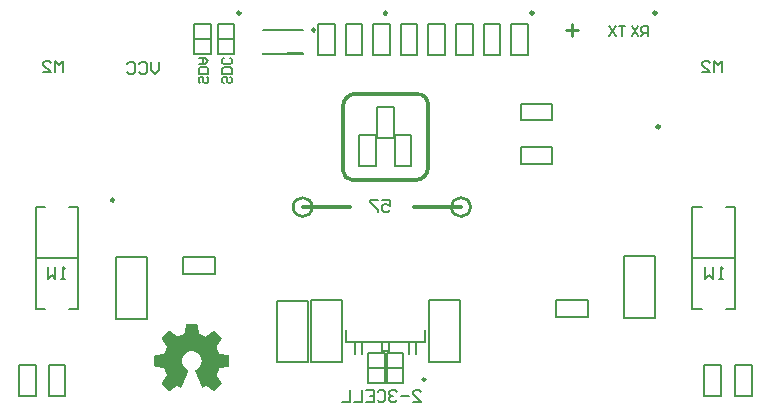
<source format=gbo>
G04 Layer_Color=32896*
%FSLAX44Y44*%
%MOMM*%
G71*
G01*
G75*
%ADD31C,0.2500*%
%ADD34C,0.3000*%
%ADD63C,0.1500*%
%ADD65C,0.2000*%
%ADD68C,0.2540*%
%ADD104C,0.0105*%
%ADD105C,0.1800*%
%ADD106C,0.1900*%
D31*
X364950Y57000D02*
G03*
X364950Y57000I-1250J0D01*
G01*
X271500Y353000D02*
G03*
X271500Y353000I-1250J0D01*
G01*
D34*
X306000Y299000D02*
G03*
X295000Y288000I0J-11000D01*
G01*
Y234000D02*
G03*
X303000Y226000I8000J0D01*
G01*
X357000D02*
G03*
X367000Y236000I0J10000D01*
G01*
Y290000D02*
G03*
X358000Y299000I-9000J0D01*
G01*
X306000D02*
X345000D01*
X295000Y235000D02*
Y288000D01*
Y234000D02*
Y235000D01*
X303000Y226000D02*
X357000D01*
X367000Y236000D02*
Y288000D01*
Y290000D01*
X345000Y299000D02*
X358000D01*
X261000Y203000D02*
X301000D01*
X355000D02*
X395000D01*
D63*
X316250Y54300D02*
X328750D01*
X316250D02*
Y79700D01*
X329000D01*
X328330D02*
X330250D01*
Y54300D02*
Y79700D01*
X328330Y54300D02*
X330250D01*
X316250Y67000D02*
X330250D01*
X332250Y54300D02*
X344750D01*
X332250D02*
Y79700D01*
X345000D01*
X344330D02*
X346250D01*
Y54300D02*
Y79700D01*
X344330Y54300D02*
X346250D01*
X332250Y67000D02*
X346250D01*
X641000Y42750D02*
Y69250D01*
X627000Y42750D02*
Y69250D01*
X641000D01*
X627000Y42750D02*
X641000D01*
X615000D02*
Y69250D01*
X601000Y42750D02*
Y69250D01*
X615000D01*
X601000Y42750D02*
X615000D01*
X60000D02*
Y69250D01*
X46000Y42750D02*
Y69250D01*
X60000D01*
X46000Y42750D02*
X60000D01*
X35000D02*
Y69250D01*
X21000Y42750D02*
Y69250D01*
X35000D01*
X21000Y42750D02*
X35000D01*
X445500Y276500D02*
X472000D01*
X445500Y290500D02*
X472000D01*
Y276500D02*
Y290500D01*
X445500Y276500D02*
Y290500D01*
Y239500D02*
X472000D01*
X445500Y253500D02*
X472000D01*
Y239500D02*
Y253500D01*
X445500Y239500D02*
Y253500D01*
X353000Y237750D02*
Y264250D01*
X339000Y237750D02*
Y264250D01*
X353000D01*
X339000Y237750D02*
X353000D01*
X323000D02*
Y264250D01*
X309000Y237750D02*
Y264250D01*
X323000D01*
X309000Y237750D02*
X323000D01*
X324000Y261250D02*
Y287750D01*
X338000Y261250D02*
Y287750D01*
X324000Y261250D02*
X338000D01*
X324000Y287750D02*
X338000D01*
X160000Y146500D02*
X186500D01*
X160000Y160500D02*
X186500D01*
Y146500D02*
Y160500D01*
X160000Y146500D02*
Y160500D01*
X475750Y124000D02*
X502250D01*
X475750Y110000D02*
X502250D01*
X475750D02*
Y124000D01*
X502250Y110000D02*
Y124000D01*
X274000Y331750D02*
Y358250D01*
X288000Y331750D02*
Y358250D01*
X274000Y331750D02*
X288000D01*
X274000Y358250D02*
X288000D01*
X297357Y331750D02*
Y358250D01*
X311357Y331750D02*
Y358250D01*
X297357Y331750D02*
X311357D01*
X297357Y358250D02*
X311357D01*
X320714Y331750D02*
Y358250D01*
X334714Y331750D02*
Y358250D01*
X320714Y331750D02*
X334714D01*
X320714Y358250D02*
X334714D01*
X344071Y331750D02*
Y358250D01*
X358071Y331750D02*
Y358250D01*
X344071Y331750D02*
X358071D01*
X344071Y358250D02*
X358071D01*
X367429Y331750D02*
Y358250D01*
X381428Y331750D02*
Y358250D01*
X367429Y331750D02*
X381428D01*
X367429Y358250D02*
X381428D01*
X390786Y331750D02*
Y358250D01*
X404786Y331750D02*
Y358250D01*
X390786Y331750D02*
X404786D01*
X390786Y358250D02*
X404786D01*
X414143Y331750D02*
Y358250D01*
X428143Y331750D02*
Y358250D01*
X414143Y331750D02*
X428143D01*
X414143Y358250D02*
X428143D01*
X437500Y331750D02*
Y358250D01*
X451500Y331750D02*
Y358250D01*
X437500Y331750D02*
X451500D01*
X437500Y358250D02*
X451500D01*
X190500Y357700D02*
X203000D01*
Y332300D02*
Y357700D01*
X190250Y332300D02*
X203000D01*
X189000D02*
X190920D01*
X189000D02*
Y357700D01*
X190920D01*
X189000Y345000D02*
X203000D01*
X170500Y357700D02*
X183000D01*
Y332300D02*
Y357700D01*
X170250Y332300D02*
X183000D01*
X169000D02*
X170920D01*
X169000D02*
Y357700D01*
X170920D01*
X169000Y345000D02*
X183000D01*
D65*
X35000Y117000D02*
X43000D01*
X35000D02*
Y203000D01*
X43000D01*
X35000Y160000D02*
X71000D01*
X63000Y203000D02*
X71000D01*
Y117000D02*
Y203000D01*
X63000Y117000D02*
X71000D01*
X591000D02*
X599000D01*
X591000D02*
Y203000D01*
X599000D01*
X591000Y160000D02*
X627000D01*
X619000Y203000D02*
X627000D01*
Y117000D02*
Y203000D01*
X619000Y117000D02*
X627000D01*
X364500Y88961D02*
Y98961D01*
X297500Y88961D02*
Y98961D01*
X305200Y79000D02*
Y88961D01*
X311200Y79000D02*
Y88961D01*
X350800Y79000D02*
Y88961D01*
X356800Y79000D02*
Y88961D01*
X334000Y81564D02*
X334000Y88961D01*
X328000D02*
X328000Y81564D01*
X334000D01*
X297500Y88961D02*
X364500D01*
X394000Y112000D02*
Y124000D01*
X388000D02*
X394000D01*
X368000Y112000D02*
Y124000D01*
X374000D01*
X368000Y72000D02*
Y112000D01*
Y72000D02*
X394000D01*
Y112000D01*
X374000Y124000D02*
X388000D01*
X294000Y112000D02*
Y124000D01*
X288000D02*
X294000D01*
X268000Y112000D02*
Y124000D01*
X274000D01*
X268000Y72000D02*
Y112000D01*
Y72000D02*
X294000D01*
Y112000D01*
X274000Y124000D02*
X288000D01*
X559125Y149375D02*
Y161375D01*
X553125D02*
X559125D01*
X533125Y149375D02*
Y161375D01*
X539125D01*
X533125Y109375D02*
Y149375D01*
Y109375D02*
X559125D01*
Y149375D01*
X539125Y161375D02*
X553125D01*
X102875Y108625D02*
Y120625D01*
Y108625D02*
X108875D01*
X128875D02*
Y120625D01*
X122875Y108625D02*
X128875D01*
Y120625D02*
Y160625D01*
X102875D02*
X128875D01*
X102875Y120625D02*
Y160625D01*
X108875Y108625D02*
X122875D01*
X265500Y111750D02*
Y123750D01*
X259500D02*
X265500D01*
X239500Y111750D02*
Y123750D01*
X245500D01*
X239500Y71750D02*
Y111750D01*
Y71750D02*
X265500D01*
Y111750D01*
X245500Y123750D02*
X259500D01*
X248000Y333250D02*
X261000D01*
X227000Y332750D02*
Y333250D01*
Y332750D02*
X261000D01*
X248000Y352750D02*
X261000D01*
X227000D02*
Y353250D01*
X261000D01*
X354336Y38000D02*
X361000D01*
X354336Y44665D01*
Y46331D01*
X356002Y47997D01*
X359334D01*
X361000Y46331D01*
X351003Y42998D02*
X344339D01*
X341006Y46331D02*
X339340Y47997D01*
X336008D01*
X334342Y46331D01*
Y44665D01*
X336008Y42998D01*
X337674D01*
X336008D01*
X334342Y41332D01*
Y39666D01*
X336008Y38000D01*
X339340D01*
X341006Y39666D01*
X324345Y46331D02*
X326011Y47997D01*
X329343D01*
X331010Y46331D01*
Y39666D01*
X329343Y38000D01*
X326011D01*
X324345Y39666D01*
X314348Y47997D02*
X321013D01*
Y38000D01*
X314348D01*
X321013Y42998D02*
X317681D01*
X311016Y47997D02*
Y38000D01*
X304352D01*
X301019Y47997D02*
Y38000D01*
X294355D01*
X60000Y142000D02*
X56668D01*
X58334D01*
Y151997D01*
X60000Y150331D01*
X51669Y151997D02*
Y142000D01*
X48337Y145332D01*
X45005Y142000D01*
Y151997D01*
X617000Y142000D02*
X613668D01*
X615334D01*
Y151997D01*
X617000Y150331D01*
X608669Y151997D02*
Y142000D01*
X605337Y145332D01*
X602005Y142000D01*
Y151997D01*
X328335Y208997D02*
X335000D01*
Y203998D01*
X331668Y205665D01*
X330002D01*
X328335Y203998D01*
Y200666D01*
X330002Y199000D01*
X333334D01*
X335000Y200666D01*
X325003Y208997D02*
X318339D01*
Y207331D01*
X325003Y200666D01*
Y199000D01*
X139000Y325997D02*
Y319332D01*
X135668Y316000D01*
X132336Y319332D01*
Y325997D01*
X122339Y324331D02*
X124005Y325997D01*
X127337D01*
X129003Y324331D01*
Y317666D01*
X127337Y316000D01*
X124005D01*
X122339Y317666D01*
X112342Y324331D02*
X114008Y325997D01*
X117340D01*
X119006Y324331D01*
Y317666D01*
X117340Y316000D01*
X114008D01*
X112342Y317666D01*
D68*
X563414Y271000D02*
G03*
X563414Y271000I-1414J0D01*
G01*
X101414Y209000D02*
G03*
X101414Y209000I-1414J0D01*
G01*
X456581Y367250D02*
G03*
X456581Y367250I-1414J0D01*
G01*
X208414D02*
G03*
X208414Y367250I-1414J0D01*
G01*
X560664D02*
G03*
X560664Y367250I-1414J0D01*
G01*
X269000Y203000D02*
G03*
X269000Y203000I-8000J0D01*
G01*
X403000D02*
G03*
X403000Y203000I-8000J0D01*
G01*
X332498Y367250D02*
G03*
X332498Y367250I-1414J0D01*
G01*
X484000Y352617D02*
X494157D01*
X489078Y357696D02*
Y347539D01*
D104*
X185324Y48299D02*
X185746D01*
X147488D02*
X147909D01*
X185219Y48404D02*
X185957D01*
X147277D02*
X148015D01*
X185008Y48509D02*
X186062D01*
X147172D02*
X148225D01*
X184903Y48615D02*
X186168D01*
X147066D02*
X148331D01*
X184692Y48720D02*
X186273D01*
X146961D02*
X148542D01*
X184587Y48826D02*
X186378D01*
X146855D02*
X148647D01*
X184376Y48931D02*
X186484D01*
X146750D02*
X148858D01*
X184270Y49036D02*
X186589D01*
X146645D02*
X148963D01*
X184060Y49142D02*
X186695D01*
X146539D02*
X149174D01*
X183954Y49247D02*
X186800D01*
X146434D02*
X149279D01*
X183743Y49353D02*
X186905D01*
X146328D02*
X149490D01*
X183638Y49458D02*
X187011D01*
X146223D02*
X149596D01*
X183533Y49563D02*
X187116D01*
X146118D02*
X149701D01*
X183322Y49669D02*
X187222D01*
X146012D02*
X149912D01*
X183216Y49774D02*
X187327D01*
X145907D02*
X150017D01*
X183006Y49880D02*
X187432D01*
X145801D02*
X150228D01*
X182900Y49985D02*
X187538D01*
X145696D02*
X150333D01*
X182690Y50090D02*
X187643D01*
X145591D02*
X150544D01*
X182584Y50196D02*
X187749D01*
X145485D02*
X150650D01*
X182373Y50301D02*
X187854D01*
X145380D02*
X150860D01*
X182268Y50407D02*
X187959D01*
X145274D02*
X150966D01*
X182057Y50512D02*
X188065D01*
X145169D02*
X151177D01*
X181952Y50617D02*
X188170D01*
X145064D02*
X151282D01*
X181846Y50723D02*
X188276D01*
X144958D02*
X151387D01*
X181636Y50828D02*
X188381D01*
X144853D02*
X151598D01*
X181530Y50934D02*
X188486D01*
X144747D02*
X151704D01*
X181319Y51039D02*
X188592D01*
X175734D02*
X175944D01*
X157289D02*
X157500D01*
X144642D02*
X151914D01*
X181214Y51144D02*
X188697D01*
X175628D02*
X176155D01*
X157079D02*
X157606D01*
X144537D02*
X152020D01*
X181003Y51250D02*
X188802D01*
X175628D02*
X176366D01*
X156868D02*
X157606D01*
X144431D02*
X152231D01*
X180898Y51355D02*
X188908D01*
X175523D02*
X176577D01*
X156657D02*
X157711D01*
X144326D02*
X152336D01*
X180687Y51460D02*
X189013D01*
X175523D02*
X176787D01*
X156446D02*
X157711D01*
X144221D02*
X152547D01*
X180582Y51566D02*
X189119D01*
X175417D02*
X176998D01*
X156236D02*
X157816D01*
X144115D02*
X152652D01*
X180371Y51671D02*
X189224D01*
X175417D02*
X177209D01*
X156025D02*
X157816D01*
X144010D02*
X152863D01*
X180266Y51777D02*
X189329D01*
X175312D02*
X177420D01*
X155814D02*
X157922D01*
X143904D02*
X152968D01*
X180160Y51882D02*
X189435D01*
X175312D02*
X177631D01*
X155603D02*
X157922D01*
X143799D02*
X153074D01*
X179949Y51988D02*
X189540D01*
X175312D02*
X177736D01*
X155498D02*
X157922D01*
X143694D02*
X153284D01*
X179844Y52093D02*
X189646D01*
X175207D02*
X177947D01*
X155287D02*
X158027D01*
X143588D02*
X153390D01*
X179633Y52198D02*
X189751D01*
X175207D02*
X178158D01*
X155076D02*
X158027D01*
X143483D02*
X153601D01*
X179528Y52304D02*
X189856D01*
X175101D02*
X178368D01*
X154865D02*
X158133D01*
X143377D02*
X153706D01*
X179317Y52409D02*
X189962D01*
X175101D02*
X178579D01*
X154655D02*
X158133D01*
X143272D02*
X153917D01*
X179106Y52514D02*
X190067D01*
X175101D02*
X178895D01*
X154338D02*
X158133D01*
X143167D02*
X154128D01*
X174996Y52620D02*
X190173D01*
X143061D02*
X158238D01*
X174996Y52725D02*
X190278D01*
X142956D02*
X158238D01*
X174890Y52831D02*
X190383D01*
X142850D02*
X158343D01*
X174890Y52936D02*
X190489D01*
X142745D02*
X158343D01*
X174890Y53041D02*
X190594D01*
X142640D02*
X158343D01*
X174785Y53147D02*
X190700D01*
X142534D02*
X158449D01*
X174785Y53252D02*
X190805D01*
X142429D02*
X158449D01*
X174680Y53358D02*
X190910D01*
X142323D02*
X158554D01*
X174680Y53463D02*
X191016D01*
X142218D02*
X158554D01*
X174574Y53568D02*
X191121D01*
X142113D02*
X158660D01*
X174574Y53674D02*
X191227D01*
X142007D02*
X158660D01*
X174574Y53779D02*
X191332D01*
X141902D02*
X158660D01*
X174469Y53885D02*
X191437D01*
X141796D02*
X158765D01*
X174469Y53990D02*
X191437D01*
X141796D02*
X158765D01*
X174363Y54095D02*
X191543D01*
X141691D02*
X158870D01*
X174363Y54201D02*
X191543D01*
X141691D02*
X158870D01*
X174363Y54306D02*
X191437D01*
X141796D02*
X158870D01*
X174258Y54412D02*
X191437D01*
X141796D02*
X158976D01*
X174258Y54517D02*
X191332D01*
X141902D02*
X158976D01*
X174153Y54622D02*
X191332D01*
X141902D02*
X159081D01*
X174153Y54728D02*
X191227D01*
X142007D02*
X159081D01*
X174047Y54833D02*
X191121D01*
X142113D02*
X159186D01*
X174047Y54939D02*
X191121D01*
X142113D02*
X159186D01*
X174047Y55044D02*
X191016D01*
X142218D02*
X159186D01*
X173942Y55149D02*
X190910D01*
X142323D02*
X159292D01*
X173942Y55255D02*
X190910D01*
X142323D02*
X159292D01*
X173836Y55360D02*
X190805D01*
X142429D02*
X159397D01*
X173836Y55465D02*
X190700D01*
X142534D02*
X159397D01*
X173836Y55571D02*
X190594D01*
X142640D02*
X159397D01*
X173731Y55676D02*
X190594D01*
X142640D02*
X159503D01*
X173731Y55782D02*
X190489D01*
X142745D02*
X159503D01*
X173626Y55887D02*
X190383D01*
X142850D02*
X159608D01*
X173626Y55992D02*
X190383D01*
X142850D02*
X159608D01*
X173626Y56098D02*
X190278D01*
X142956D02*
X159608D01*
X173520Y56203D02*
X190173D01*
X143061D02*
X159713D01*
X173520Y56309D02*
X190173D01*
X143061D02*
X159713D01*
X173415Y56414D02*
X190067D01*
X143167D02*
X159819D01*
X173415Y56519D02*
X189962D01*
X143272D02*
X159819D01*
X173309Y56625D02*
X189962D01*
X143272D02*
X159924D01*
X173309Y56730D02*
X189856D01*
X143377D02*
X159924D01*
X173309Y56836D02*
X189751D01*
X143483D02*
X159924D01*
X173204Y56941D02*
X189751D01*
X143483D02*
X160030D01*
X173204Y57046D02*
X189646D01*
X143588D02*
X160030D01*
X173099Y57152D02*
X189540D01*
X143694D02*
X160135D01*
X173099Y57257D02*
X189435D01*
X143799D02*
X160135D01*
X173099Y57363D02*
X189435D01*
X143799D02*
X160135D01*
X172993Y57468D02*
X189329D01*
X143904D02*
X160240D01*
X172993Y57573D02*
X189224D01*
X144010D02*
X160240D01*
X172888Y57679D02*
X189224D01*
X144010D02*
X160346D01*
X172888Y57784D02*
X189119D01*
X144115D02*
X160346D01*
X172782Y57890D02*
X189013D01*
X144221D02*
X160451D01*
X172782Y57995D02*
X189013D01*
X144221D02*
X160451D01*
X172782Y58100D02*
X188908D01*
X144326D02*
X160451D01*
X172677Y58206D02*
X188802D01*
X144431D02*
X160557D01*
X172677Y58311D02*
X188802D01*
X144431D02*
X160557D01*
X172572Y58417D02*
X188697D01*
X144537D02*
X160662D01*
X172572Y58522D02*
X188592D01*
X144642D02*
X160662D01*
X172572Y58627D02*
X188592D01*
X144642D02*
X160662D01*
X172466Y58733D02*
X188486D01*
X144747D02*
X160767D01*
X172466Y58838D02*
X188381D01*
X144853D02*
X160767D01*
X172361Y58944D02*
X188381D01*
X144853D02*
X160873D01*
X172361Y59049D02*
X188276D01*
X144958D02*
X160873D01*
X172361Y59154D02*
X188170D01*
X145064D02*
X160873D01*
X172255Y59260D02*
X188065D01*
X145169D02*
X160978D01*
X172255Y59365D02*
X188065D01*
X145169D02*
X160978D01*
X172150Y59471D02*
X187959D01*
X145274D02*
X161084D01*
X172150Y59576D02*
X187854D01*
X145380D02*
X161084D01*
X172045Y59681D02*
X187854D01*
X145380D02*
X161189D01*
X172045Y59787D02*
X187749D01*
X145485D02*
X161189D01*
X172045Y59892D02*
X187643D01*
X145591D02*
X161189D01*
X171939Y59998D02*
X187643D01*
X145591D02*
X161294D01*
X171939Y60103D02*
X187538D01*
X145696D02*
X161294D01*
X171834Y60208D02*
X187432D01*
X145801D02*
X161400D01*
X171834Y60314D02*
X187432D01*
X145801D02*
X161400D01*
X171834Y60419D02*
X187327D01*
X145907D02*
X161400D01*
X171728Y60525D02*
X187222D01*
X146012D02*
X161505D01*
X171728Y60630D02*
X187222D01*
X146012D02*
X161505D01*
X171623Y60735D02*
X187116D01*
X146118D02*
X161611D01*
X171623Y60841D02*
X187116D01*
X146118D02*
X161611D01*
X171518Y60946D02*
X187116D01*
X146118D02*
X161716D01*
X171518Y61051D02*
X187116D01*
X146118D02*
X161716D01*
X171518Y61157D02*
X187116D01*
X146118D02*
X161716D01*
X171412Y61262D02*
X187222D01*
X146012D02*
X161821D01*
X171412Y61368D02*
X187222D01*
X146012D02*
X161821D01*
X171307Y61473D02*
X187327D01*
X145907D02*
X161927D01*
X171307Y61578D02*
X187327D01*
X145907D02*
X161927D01*
X171307Y61684D02*
X187327D01*
X145907D02*
X161927D01*
X171201Y61789D02*
X187432D01*
X145801D02*
X162032D01*
X171201Y61895D02*
X187432D01*
X145801D02*
X162032D01*
X171096Y62000D02*
X187538D01*
X145696D02*
X162138D01*
X171096Y62105D02*
X187538D01*
X145696D02*
X162138D01*
X171096Y62211D02*
X187538D01*
X145696D02*
X162138D01*
X170991Y62316D02*
X187643D01*
X145591D02*
X162243D01*
X170991Y62422D02*
X187643D01*
X145591D02*
X162243D01*
X170885Y62527D02*
X187749D01*
X145485D02*
X162348D01*
X170885Y62632D02*
X187749D01*
X145485D02*
X162348D01*
X170780Y62738D02*
X187749D01*
X145485D02*
X162454D01*
X170780Y62843D02*
X187854D01*
X145380D02*
X162454D01*
X170780Y62948D02*
X187854D01*
X145380D02*
X162454D01*
X170674Y63054D02*
X187959D01*
X145274D02*
X162559D01*
X170674Y63159D02*
X187959D01*
X145274D02*
X162559D01*
X170569Y63265D02*
X187959D01*
X145274D02*
X162665D01*
X170569Y63370D02*
X188065D01*
X145169D02*
X162665D01*
X170569Y63475D02*
X188065D01*
X145169D02*
X162665D01*
X170464Y63581D02*
X188170D01*
X145064D02*
X162770D01*
X170464Y63686D02*
X188170D01*
X145064D02*
X162770D01*
X170358Y63792D02*
X188170D01*
X145064D02*
X162875D01*
X170358Y63897D02*
X188276D01*
X144958D02*
X162875D01*
X170253Y64002D02*
X188276D01*
X144958D02*
X162981D01*
X170253Y64108D02*
X188381D01*
X144853D02*
X162981D01*
X170253Y64213D02*
X188381D01*
X144853D02*
X162981D01*
X170148Y64319D02*
X188381D01*
X144853D02*
X163086D01*
X170148Y64424D02*
X188486D01*
X144747D02*
X163086D01*
X170042Y64529D02*
X188486D01*
X144747D02*
X163192D01*
X170042Y64635D02*
X188592D01*
X144642D02*
X163192D01*
X170042Y64740D02*
X188592D01*
X144642D02*
X163192D01*
X170148Y64846D02*
X188592D01*
X144642D02*
X163086D01*
X170253Y64951D02*
X188697D01*
X144537D02*
X162981D01*
X170358Y65056D02*
X188697D01*
X144537D02*
X162875D01*
X170569Y65162D02*
X188802D01*
X144431D02*
X162665D01*
X170674Y65267D02*
X188802D01*
X144431D02*
X162559D01*
X170885Y65373D02*
X188802D01*
X144431D02*
X162348D01*
X170991Y65478D02*
X188908D01*
X144326D02*
X162243D01*
X171201Y65583D02*
X188908D01*
X144326D02*
X162032D01*
X171307Y65689D02*
X189013D01*
X144221D02*
X161927D01*
X171412Y65794D02*
X189013D01*
X144221D02*
X161821D01*
X171623Y65900D02*
X189013D01*
X144221D02*
X161611D01*
X171728Y66005D02*
X189119D01*
X144115D02*
X161505D01*
X171834Y66110D02*
X189119D01*
X144115D02*
X161400D01*
X172045Y66216D02*
X189224D01*
X144010D02*
X161189D01*
X172150Y66321D02*
X189224D01*
X144010D02*
X161084D01*
X172255Y66427D02*
X189224D01*
X144010D02*
X160978D01*
X172361Y66532D02*
X189329D01*
X143904D02*
X160873D01*
X172466Y66637D02*
X189329D01*
X143904D02*
X160767D01*
X172572Y66743D02*
X189435D01*
X143799D02*
X160662D01*
X172782Y66848D02*
X189435D01*
X143799D02*
X160451D01*
X172888Y66954D02*
X189435D01*
X143799D02*
X160346D01*
X172993Y67059D02*
X189540D01*
X143694D02*
X160240D01*
X173099Y67164D02*
X189646D01*
X143588D02*
X160135D01*
X173099Y67270D02*
X189646D01*
X143588D02*
X160135D01*
X173204Y67375D02*
X189856D01*
X143377D02*
X160030D01*
X173309Y67481D02*
X190278D01*
X142956D02*
X159924D01*
X173415Y67586D02*
X190805D01*
X142429D02*
X159819D01*
X173520Y67691D02*
X191332D01*
X141902D02*
X159713D01*
X173626Y67797D02*
X191964D01*
X141269D02*
X159608D01*
X173626Y67902D02*
X192491D01*
X140742D02*
X159608D01*
X173731Y68007D02*
X193124D01*
X140110D02*
X159503D01*
X173836Y68113D02*
X193651D01*
X139583D02*
X159397D01*
X173836Y68218D02*
X194178D01*
X139056D02*
X159397D01*
X173942Y68324D02*
X194810D01*
X138424D02*
X159292D01*
X174047Y68429D02*
X195337D01*
X137897D02*
X159186D01*
X174047Y68534D02*
X195864D01*
X137370D02*
X159186D01*
X174153Y68640D02*
X196496D01*
X136737D02*
X159081D01*
X174258Y68745D02*
X197023D01*
X136210D02*
X158976D01*
X174258Y68851D02*
X197445D01*
X135789D02*
X158976D01*
X174363Y68956D02*
X197656D01*
X135578D02*
X158870D01*
X174363Y69061D02*
X197656D01*
X135578D02*
X158870D01*
X174469Y69167D02*
X197761D01*
X135473D02*
X158765D01*
X174469Y69272D02*
X197761D01*
X135473D02*
X158765D01*
X174574Y69378D02*
X197761D01*
X135473D02*
X158660D01*
X174574Y69483D02*
X197761D01*
X135473D02*
X158660D01*
X174680Y69588D02*
X197761D01*
X135473D02*
X158554D01*
X174680Y69694D02*
X197761D01*
X135473D02*
X158554D01*
X174680Y69799D02*
X197761D01*
X135473D02*
X158554D01*
X174785Y69905D02*
X197761D01*
X135473D02*
X158449D01*
X174785Y70010D02*
X197761D01*
X135473D02*
X158449D01*
X174785Y70115D02*
X197761D01*
X135473D02*
X158449D01*
X174890Y70221D02*
X197761D01*
X135473D02*
X158343D01*
X174890Y70326D02*
X197761D01*
X135473D02*
X158343D01*
X174890Y70432D02*
X197761D01*
X135473D02*
X158343D01*
X174996Y70537D02*
X197761D01*
X135473D02*
X158238D01*
X174996Y70642D02*
X197761D01*
X135473D02*
X158238D01*
X174996Y70748D02*
X197761D01*
X135473D02*
X158238D01*
X175101Y70853D02*
X197761D01*
X135473D02*
X158133D01*
X175101Y70958D02*
X197761D01*
X135473D02*
X158133D01*
X175101Y71064D02*
X197761D01*
X135473D02*
X158133D01*
X175101Y71169D02*
X197761D01*
X135473D02*
X158133D01*
X175207Y71275D02*
X197761D01*
X135473D02*
X158027D01*
X175207Y71380D02*
X197761D01*
X135473D02*
X158027D01*
X175207Y71486D02*
X197761D01*
X135473D02*
X158027D01*
X175207Y71591D02*
X197761D01*
X135473D02*
X158027D01*
X175207Y71696D02*
X197761D01*
X135473D02*
X158027D01*
X175312Y71802D02*
X197761D01*
X135473D02*
X157922D01*
X175312Y71907D02*
X197761D01*
X135473D02*
X157922D01*
X175312Y72013D02*
X197761D01*
X135473D02*
X157922D01*
X175312Y72118D02*
X197761D01*
X135473D02*
X157922D01*
X175312Y72223D02*
X197761D01*
X135473D02*
X157922D01*
X175312Y72329D02*
X197761D01*
X135473D02*
X157922D01*
X175312Y72434D02*
X197761D01*
X135473D02*
X157922D01*
X175312Y72539D02*
X197761D01*
X135473D02*
X157922D01*
X175312Y72645D02*
X197761D01*
X135473D02*
X157922D01*
X175312Y72750D02*
X197761D01*
X135473D02*
X157922D01*
X175312Y72856D02*
X197761D01*
X135473D02*
X157922D01*
X175312Y72961D02*
X197761D01*
X135473D02*
X157922D01*
X175417Y73066D02*
X197761D01*
X135473D02*
X157816D01*
X175312Y73172D02*
X197761D01*
X135473D02*
X157922D01*
X175312Y73277D02*
X197761D01*
X135473D02*
X157922D01*
X175312Y73383D02*
X197761D01*
X135473D02*
X157922D01*
X175312Y73488D02*
X197761D01*
X135473D02*
X157922D01*
X175312Y73593D02*
X197761D01*
X135473D02*
X157922D01*
X175312Y73699D02*
X197761D01*
X135473D02*
X157922D01*
X175312Y73804D02*
X197761D01*
X135473D02*
X157922D01*
X175312Y73910D02*
X197761D01*
X135473D02*
X157922D01*
X175312Y74015D02*
X197761D01*
X135473D02*
X157922D01*
X175312Y74120D02*
X197761D01*
X135473D02*
X157922D01*
X175312Y74226D02*
X197761D01*
X135473D02*
X157922D01*
X175312Y74331D02*
X197761D01*
X135473D02*
X157922D01*
X175207Y74437D02*
X197761D01*
X135473D02*
X158027D01*
X175207Y74542D02*
X197761D01*
X135473D02*
X158027D01*
X175207Y74647D02*
X197761D01*
X135473D02*
X158027D01*
X175207Y74753D02*
X197761D01*
X135473D02*
X158027D01*
X175207Y74858D02*
X197761D01*
X135473D02*
X158027D01*
X175207Y74963D02*
X197761D01*
X135473D02*
X158027D01*
X175101Y75069D02*
X197761D01*
X135473D02*
X158133D01*
X175101Y75174D02*
X197761D01*
X135473D02*
X158133D01*
X175101Y75280D02*
X197761D01*
X135473D02*
X158133D01*
X175101Y75385D02*
X197761D01*
X135473D02*
X158133D01*
X174996Y75490D02*
X197761D01*
X135473D02*
X158238D01*
X174996Y75596D02*
X197761D01*
X135473D02*
X158238D01*
X174996Y75701D02*
X197761D01*
X135473D02*
X158238D01*
X174890Y75807D02*
X197761D01*
X135473D02*
X158343D01*
X174890Y75912D02*
X197761D01*
X135473D02*
X158343D01*
X174890Y76017D02*
X197761D01*
X135473D02*
X158343D01*
X174785Y76123D02*
X197761D01*
X135473D02*
X158449D01*
X174785Y76228D02*
X197761D01*
X135473D02*
X158449D01*
X174785Y76334D02*
X197761D01*
X135473D02*
X158449D01*
X174680Y76439D02*
X197761D01*
X135473D02*
X158554D01*
X174680Y76544D02*
X197761D01*
X135473D02*
X158554D01*
X174574Y76650D02*
X197761D01*
X135473D02*
X158660D01*
X174574Y76755D02*
X197761D01*
X135473D02*
X158660D01*
X174469Y76861D02*
X197761D01*
X135473D02*
X158765D01*
X174469Y76966D02*
X197761D01*
X135473D02*
X158765D01*
X174363Y77071D02*
X197761D01*
X135473D02*
X158870D01*
X174363Y77177D02*
X197761D01*
X135473D02*
X158870D01*
X174258Y77282D02*
X197656D01*
X135578D02*
X158976D01*
X174258Y77388D02*
X197550D01*
X135683D02*
X158976D01*
X174153Y77493D02*
X197129D01*
X136105D02*
X159081D01*
X174153Y77598D02*
X196602D01*
X136632D02*
X159081D01*
X174047Y77704D02*
X196075D01*
X137159D02*
X159186D01*
X173942Y77809D02*
X195442D01*
X137791D02*
X159292D01*
X173942Y77915D02*
X194915D01*
X138318D02*
X159292D01*
X173836Y78020D02*
X194388D01*
X138845D02*
X159397D01*
X173731Y78125D02*
X193756D01*
X139478D02*
X159503D01*
X173731Y78231D02*
X193229D01*
X140005D02*
X159503D01*
X173626Y78336D02*
X192597D01*
X140637D02*
X159608D01*
X173520Y78442D02*
X192070D01*
X141164D02*
X159713D01*
X173415Y78547D02*
X191543D01*
X141691D02*
X159819D01*
X173415Y78652D02*
X190910D01*
X142323D02*
X159819D01*
X173309Y78758D02*
X190383D01*
X142850D02*
X159924D01*
X173204Y78863D02*
X189856D01*
X143377D02*
X160030D01*
X173099Y78969D02*
X189646D01*
X143588D02*
X160135D01*
X172993Y79074D02*
X189435D01*
X143799D02*
X160240D01*
X172888Y79179D02*
X189329D01*
X143904D02*
X160346D01*
X172782Y79285D02*
X189329D01*
X143904D02*
X160451D01*
X172677Y79390D02*
X189224D01*
X144010D02*
X160557D01*
X172572Y79496D02*
X189224D01*
X144010D02*
X160662D01*
X172466Y79601D02*
X189119D01*
X144115D02*
X160767D01*
X172361Y79706D02*
X189119D01*
X144115D02*
X160873D01*
X172255Y79812D02*
X189119D01*
X144115D02*
X160978D01*
X172045Y79917D02*
X189013D01*
X144221D02*
X161189D01*
X171939Y80022D02*
X189013D01*
X144221D02*
X161294D01*
X171834Y80128D02*
X188908D01*
X144326D02*
X161400D01*
X171623Y80233D02*
X188908D01*
X144326D02*
X161611D01*
X171518Y80339D02*
X188802D01*
X144431D02*
X161716D01*
X171307Y80444D02*
X188802D01*
X144431D02*
X161927D01*
X171201Y80549D02*
X188802D01*
X144431D02*
X162032D01*
X170991Y80655D02*
X188697D01*
X144537D02*
X162243D01*
X170780Y80760D02*
X188697D01*
X144537D02*
X162454D01*
X170569Y80866D02*
X188592D01*
X144642D02*
X162665D01*
X170358Y80971D02*
X188592D01*
X144642D02*
X162875D01*
X170148Y81076D02*
X188486D01*
X144747D02*
X163086D01*
X169937Y81182D02*
X188486D01*
X144747D02*
X163297D01*
X169621Y81287D02*
X188486D01*
X144747D02*
X163613D01*
X169410Y81393D02*
X188381D01*
X144853D02*
X163824D01*
X168988Y81498D02*
X188381D01*
X144853D02*
X164245D01*
X168567Y81603D02*
X188276D01*
X144958D02*
X164667D01*
X168040Y81709D02*
X188276D01*
X144958D02*
X165194D01*
X167197Y81814D02*
X188276D01*
X144958D02*
X166037D01*
X145064Y81920D02*
X188170D01*
X145064Y82025D02*
X188170D01*
X145169Y82130D02*
X188065D01*
X145169Y82236D02*
X188065D01*
X145274Y82341D02*
X187959D01*
X145274Y82447D02*
X187959D01*
X145274Y82552D02*
X187959D01*
X145380Y82657D02*
X187854D01*
X145380Y82763D02*
X187854D01*
X145485Y82868D02*
X187749D01*
X145485Y82973D02*
X187749D01*
X145591Y83079D02*
X187643D01*
X145591Y83184D02*
X187643D01*
X145591Y83290D02*
X187643D01*
X145696Y83395D02*
X187538D01*
X145696Y83500D02*
X187538D01*
X145801Y83606D02*
X187432D01*
X145801Y83711D02*
X187432D01*
X145907Y83817D02*
X187327D01*
X145907Y83922D02*
X187327D01*
X145907Y84028D02*
X187327D01*
X146012Y84133D02*
X187222D01*
X146012Y84238D02*
X187222D01*
X146118Y84344D02*
X187116D01*
X146118Y84449D02*
X187116D01*
X146223Y84555D02*
X187011D01*
X146223Y84660D02*
X187011D01*
X146223Y84765D02*
X187011D01*
X146328Y84871D02*
X186905D01*
X146328Y84976D02*
X186905D01*
X146328Y85081D02*
X186905D01*
X146328Y85187D02*
X186905D01*
X146223Y85292D02*
X187011D01*
X146223Y85398D02*
X187011D01*
X146118Y85503D02*
X187116D01*
X146118Y85608D02*
X187116D01*
X146012Y85714D02*
X187222D01*
X145907Y85819D02*
X187327D01*
X145907Y85925D02*
X187327D01*
X145801Y86030D02*
X187432D01*
X145696Y86135D02*
X187538D01*
X145696Y86241D02*
X187538D01*
X145591Y86346D02*
X187643D01*
X145485Y86452D02*
X187749D01*
X145380Y86557D02*
X187854D01*
X145380Y86662D02*
X187854D01*
X145274Y86768D02*
X187959D01*
X145169Y86873D02*
X188065D01*
X145169Y86979D02*
X188065D01*
X145064Y87084D02*
X188170D01*
X144958Y87189D02*
X188276D01*
X144958Y87295D02*
X188276D01*
X144853Y87400D02*
X188381D01*
X144747Y87506D02*
X188486D01*
X144747Y87611D02*
X188486D01*
X144642Y87716D02*
X188592D01*
X144537Y87822D02*
X188697D01*
X144537Y87927D02*
X188697D01*
X144431Y88033D02*
X188802D01*
X144326Y88138D02*
X188908D01*
X144221Y88243D02*
X189013D01*
X144221Y88349D02*
X189013D01*
X144115Y88454D02*
X189119D01*
X144010Y88559D02*
X189224D01*
X144010Y88665D02*
X189224D01*
X143904Y88770D02*
X189329D01*
X143799Y88876D02*
X189435D01*
X143799Y88981D02*
X189435D01*
X143694Y89086D02*
X189540D01*
X143588Y89192D02*
X189646D01*
X143588Y89297D02*
X189646D01*
X143483Y89403D02*
X189751D01*
X143377Y89508D02*
X189856D01*
X143377Y89613D02*
X189856D01*
X143272Y89719D02*
X189962D01*
X143167Y89824D02*
X190067D01*
X143167Y89930D02*
X190067D01*
X143061Y90035D02*
X190173D01*
X142956Y90140D02*
X190278D01*
X142850Y90246D02*
X190383D01*
X142850Y90351D02*
X190383D01*
X142745Y90456D02*
X190489D01*
X142640Y90562D02*
X190594D01*
X142640Y90667D02*
X190594D01*
X142534Y90773D02*
X190700D01*
X142429Y90878D02*
X190805D01*
X142429Y90983D02*
X190805D01*
X142323Y91089D02*
X190910D01*
X142218Y91194D02*
X191016D01*
X142218Y91300D02*
X191016D01*
X142113Y91405D02*
X191121D01*
X142007Y91510D02*
X191227D01*
X142007Y91616D02*
X191227D01*
X141902Y91721D02*
X191332D01*
X141796Y91827D02*
X191437D01*
X141796Y91932D02*
X191437D01*
X141691Y92037D02*
X191543D01*
X141691Y92143D02*
X191543D01*
X141796Y92248D02*
X191437D01*
X141796Y92354D02*
X191437D01*
X141902Y92459D02*
X191332D01*
X142007Y92564D02*
X191227D01*
X142113Y92670D02*
X191121D01*
X142218Y92775D02*
X191016D01*
X142323Y92881D02*
X190910D01*
X142429Y92986D02*
X190805D01*
X142534Y93091D02*
X190700D01*
X142640Y93197D02*
X190594D01*
X142745Y93302D02*
X190489D01*
X178685Y93408D02*
X190383D01*
X155182D02*
X178052D01*
X142850D02*
X154549D01*
X178895Y93513D02*
X190278D01*
X155392D02*
X177841D01*
X142956D02*
X154338D01*
X179001Y93618D02*
X190173D01*
X155603D02*
X177631D01*
X143061D02*
X154233D01*
X179106Y93724D02*
X190067D01*
X155919D02*
X177314D01*
X143167D02*
X154128D01*
X179317Y93829D02*
X189962D01*
X156130D02*
X177104D01*
X143272D02*
X153917D01*
X179422Y93935D02*
X189856D01*
X156446D02*
X176787D01*
X143377D02*
X153811D01*
X179633Y94040D02*
X189751D01*
X156657D02*
X176577D01*
X143483D02*
X153601D01*
X179739Y94145D02*
X189646D01*
X156973D02*
X176261D01*
X143588D02*
X153495D01*
X179949Y94251D02*
X189540D01*
X157184D02*
X176050D01*
X143694D02*
X153284D01*
X180055Y94356D02*
X189435D01*
X157500D02*
X175839D01*
X143799D02*
X153179D01*
X180266Y94462D02*
X189329D01*
X157711D02*
X175523D01*
X143904D02*
X152968D01*
X180371Y94567D02*
X189224D01*
X157922D02*
X175312D01*
X144010D02*
X152863D01*
X180582Y94672D02*
X189119D01*
X158238D02*
X174996D01*
X144115D02*
X152652D01*
X180687Y94778D02*
X189013D01*
X158449D02*
X174785D01*
X144221D02*
X152547D01*
X180898Y94883D02*
X188908D01*
X158765D02*
X174469D01*
X144326D02*
X152441D01*
X181003Y94988D02*
X188802D01*
X158976D02*
X174258D01*
X144431D02*
X152231D01*
X181109Y95094D02*
X188697D01*
X159292D02*
X173942D01*
X144537D02*
X152125D01*
X181319Y95199D02*
X188592D01*
X159503D02*
X173731D01*
X144642D02*
X151914D01*
X181425Y95305D02*
X188486D01*
X159713D02*
X173520D01*
X144747D02*
X151809D01*
X181636Y95410D02*
X188381D01*
X160030D02*
X173204D01*
X144853D02*
X151598D01*
X181741Y95515D02*
X188276D01*
X160240D02*
X172993D01*
X144958D02*
X151493D01*
X181952Y95621D02*
X188170D01*
X160451D02*
X172782D01*
X145064D02*
X151282D01*
X182057Y95726D02*
X188065D01*
X160662D02*
X172572D01*
X145169D02*
X151177D01*
X182268Y95832D02*
X187959D01*
X160767D02*
X172466D01*
X145274D02*
X150966D01*
X182373Y95937D02*
X187854D01*
X160767D02*
X172466D01*
X145380D02*
X150860D01*
X182584Y96042D02*
X187749D01*
X160873D02*
X172361D01*
X145485D02*
X150650D01*
X182690Y96148D02*
X187643D01*
X160873D02*
X172361D01*
X145591D02*
X150544D01*
X182795Y96253D02*
X187538D01*
X160873D02*
X172361D01*
X145696D02*
X150439D01*
X183006Y96359D02*
X187432D01*
X160873D02*
X172361D01*
X145801D02*
X150228D01*
X183111Y96464D02*
X187327D01*
X160873D02*
X172361D01*
X145907D02*
X150123D01*
X183322Y96569D02*
X187222D01*
X160978D02*
X172255D01*
X146012D02*
X149912D01*
X183427Y96675D02*
X187116D01*
X160978D02*
X172255D01*
X146118D02*
X149806D01*
X183638Y96780D02*
X187011D01*
X160978D02*
X172255D01*
X146223D02*
X149596D01*
X183743Y96886D02*
X186905D01*
X160978D02*
X172255D01*
X146328D02*
X149490D01*
X183954Y96991D02*
X186800D01*
X160978D02*
X172255D01*
X146434D02*
X149279D01*
X184060Y97096D02*
X186695D01*
X160978D02*
X172255D01*
X146539D02*
X149174D01*
X184270Y97202D02*
X186589D01*
X161084D02*
X172150D01*
X146645D02*
X148963D01*
X184376Y97307D02*
X186484D01*
X161084D02*
X172150D01*
X146750D02*
X148858D01*
X184481Y97413D02*
X186378D01*
X161084D02*
X172150D01*
X146855D02*
X148752D01*
X184692Y97518D02*
X186273D01*
X161084D02*
X172150D01*
X146961D02*
X148542D01*
X184797Y97623D02*
X186168D01*
X161084D02*
X172150D01*
X147066D02*
X148436D01*
X185008Y97729D02*
X186062D01*
X161189D02*
X172045D01*
X147172D02*
X148225D01*
X185114Y97834D02*
X185957D01*
X161189D02*
X172045D01*
X147277D02*
X148120D01*
X185324Y97940D02*
X185851D01*
X161189D02*
X172045D01*
X147382D02*
X147909D01*
X161189Y98045D02*
X172045D01*
X161189Y98150D02*
X172045D01*
X161294Y98256D02*
X171939D01*
X161294Y98361D02*
X171939D01*
X161294Y98467D02*
X171939D01*
X161294Y98572D02*
X171939D01*
X161294Y98677D02*
X171939D01*
X161294Y98783D02*
X171939D01*
X161400Y98888D02*
X171834D01*
X161400Y98994D02*
X171834D01*
X161400Y99099D02*
X171834D01*
X161400Y99204D02*
X171834D01*
X161400Y99310D02*
X171834D01*
X161505Y99415D02*
X171728D01*
X161505Y99521D02*
X171728D01*
X161505Y99626D02*
X171728D01*
X161505Y99731D02*
X171728D01*
X161505Y99837D02*
X171728D01*
X161611Y99942D02*
X171728D01*
X161611Y100048D02*
X171623D01*
X161611Y100153D02*
X171623D01*
X161611Y100258D02*
X171623D01*
X161611Y100364D02*
X171623D01*
X161611Y100469D02*
X171623D01*
X161716Y100574D02*
X171518D01*
X161716Y100680D02*
X171518D01*
X161716Y100785D02*
X171518D01*
X161716Y100891D02*
X171518D01*
X161716Y100996D02*
X171518D01*
X161821Y101101D02*
X171412D01*
X161821Y101207D02*
X171412D01*
X161821Y101312D02*
X171412D01*
X161821Y101418D02*
X171412D01*
X161821Y101523D02*
X171412D01*
X161821Y101628D02*
X171412D01*
X161927Y101734D02*
X171307D01*
X161927Y101839D02*
X171307D01*
X161927Y101945D02*
X171307D01*
X161927Y102050D02*
X171307D01*
X161927Y102155D02*
X171307D01*
X162032Y102261D02*
X171201D01*
X162032Y102366D02*
X171201D01*
X162032Y102472D02*
X171201D01*
X162032Y102577D02*
X171201D01*
X162032Y102682D02*
X171201D01*
X162138Y102788D02*
X171096D01*
X162138Y102893D02*
X171096D01*
X162138Y102999D02*
X171096D01*
X162138Y103104D02*
X171096D01*
X162138Y103209D02*
X171096D01*
X162138Y103315D02*
X171096D01*
X162243Y103420D02*
X170991D01*
X162243Y103525D02*
X170991D01*
X162243Y103631D02*
X170991D01*
X162243Y103736D02*
X170991D01*
X162243Y103842D02*
X170991D01*
X162348Y103947D02*
X170885D01*
X162348Y104052D02*
X170885D01*
X162454Y104158D02*
X170780D01*
X162665Y104263D02*
X170569D01*
D105*
X58000Y317000D02*
Y326997D01*
X54668Y323665D01*
X51336Y326997D01*
Y317000D01*
X41339D02*
X48003D01*
X41339Y323665D01*
Y325331D01*
X43005Y326997D01*
X46337D01*
X48003Y325331D01*
X616000Y317000D02*
Y326997D01*
X612668Y323665D01*
X609336Y326997D01*
Y317000D01*
X599339D02*
X606003D01*
X599339Y323665D01*
Y325331D01*
X601005Y326997D01*
X604337D01*
X606003Y325331D01*
X534000Y355997D02*
X528668D01*
X531334D01*
Y348000D01*
X526003Y355997D02*
X520671Y348000D01*
Y355997D02*
X526003Y348000D01*
X179664Y313332D02*
X180997Y311999D01*
Y309333D01*
X179664Y308000D01*
X178332D01*
X176999Y309333D01*
Y311999D01*
X175666Y313332D01*
X174333D01*
X173000Y311999D01*
Y309333D01*
X174333Y308000D01*
X180997Y315997D02*
X173000D01*
Y319996D01*
X174333Y321329D01*
X179664D01*
X180997Y319996D01*
Y315997D01*
X173000Y323995D02*
X178332D01*
X180997Y326661D01*
X178332Y329326D01*
X173000D01*
X176999D01*
Y323995D01*
X199664Y313332D02*
X200997Y311999D01*
Y309333D01*
X199664Y308000D01*
X198332D01*
X196999Y309333D01*
Y311999D01*
X195666Y313332D01*
X194333D01*
X193000Y311999D01*
Y309333D01*
X194333Y308000D01*
X200997Y315997D02*
X193000D01*
Y319996D01*
X194333Y321329D01*
X199664D01*
X200997Y319996D01*
Y315997D01*
X199664Y329326D02*
X200997Y327994D01*
Y325328D01*
X199664Y323995D01*
X194333D01*
X193000Y325328D01*
Y327994D01*
X194333Y329326D01*
D106*
X553000Y348000D02*
Y355997D01*
X549001D01*
X547668Y354664D01*
Y351999D01*
X549001Y350666D01*
X553000D01*
X550334D02*
X547668Y348000D01*
X545003Y355997D02*
X539671Y348000D01*
Y355997D02*
X545003Y348000D01*
M02*

</source>
